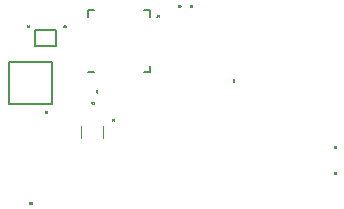
<source format=gbr>
G04 #@! TF.GenerationSoftware,KiCad,Pcbnew,5.0.0-rc2-be01b52~65~ubuntu16.04.1*
G04 #@! TF.CreationDate,2018-07-13T18:02:19-04:00*
G04 #@! TF.ProjectId,motor controller,6D6F746F7220636F6E74726F6C6C6572,rev?*
G04 #@! TF.SameCoordinates,Original*
G04 #@! TF.FileFunction,Legend,Bot*
G04 #@! TF.FilePolarity,Positive*
%FSLAX46Y46*%
G04 Gerber Fmt 4.6, Leading zero omitted, Abs format (unit mm)*
G04 Created by KiCad (PCBNEW 5.0.0-rc2-be01b52~65~ubuntu16.04.1) date Fri Jul 13 18:02:19 2018*
%MOMM*%
%LPD*%
G01*
G04 APERTURE LIST*
%ADD10C,0.120000*%
%ADD11C,0.150000*%
%ADD12C,0.020000*%
G04 APERTURE END LIST*
D10*
G04 #@! TO.C,C7*
X12830000Y-13660000D02*
X12830000Y-12660000D01*
X14650000Y-13660000D02*
X14650000Y-12660000D01*
D11*
G04 #@! TO.C,IC1*
X6700000Y-10800000D02*
X10300000Y-10800000D01*
X10300000Y-10800000D02*
X10300000Y-7200000D01*
X10300000Y-7200000D02*
X6700000Y-7200000D01*
X6700000Y-7200000D02*
X6700000Y-10800000D01*
G04 #@! TO.C,Y1*
X8990000Y-5900000D02*
X10690000Y-5900000D01*
X10690000Y-5900000D02*
X10690000Y-4500000D01*
X10690000Y-4500000D02*
X8890000Y-4500000D01*
X8890000Y-4500000D02*
X8890000Y-5900000D01*
X8890000Y-5900000D02*
X8990000Y-5900000D01*
G04 #@! TO.C,U1*
X18625000Y-8095000D02*
X18625000Y-7570000D01*
X13375000Y-2845000D02*
X13375000Y-3370000D01*
X18625000Y-2845000D02*
X18625000Y-3370000D01*
X13375000Y-8095000D02*
X13900000Y-8095000D01*
X13375000Y-2845000D02*
X13900000Y-2845000D01*
X18625000Y-2845000D02*
X18100000Y-2845000D01*
X18625000Y-8095000D02*
X18100000Y-8095000D01*
G04 #@! TO.C,C1*
D12*
X8325000Y-4253571D02*
X8332142Y-4260714D01*
X8353571Y-4267857D01*
X8367857Y-4267857D01*
X8389285Y-4260714D01*
X8403571Y-4246428D01*
X8410714Y-4232142D01*
X8417857Y-4203571D01*
X8417857Y-4182142D01*
X8410714Y-4153571D01*
X8403571Y-4139285D01*
X8389285Y-4125000D01*
X8367857Y-4117857D01*
X8353571Y-4117857D01*
X8332142Y-4125000D01*
X8325000Y-4132142D01*
X8182142Y-4267857D02*
X8267857Y-4267857D01*
X8225000Y-4267857D02*
X8225000Y-4117857D01*
X8239285Y-4139285D01*
X8253571Y-4153571D01*
X8267857Y-4160714D01*
G04 #@! TO.C,C2*
X11425000Y-4253571D02*
X11432142Y-4260714D01*
X11453571Y-4267857D01*
X11467857Y-4267857D01*
X11489285Y-4260714D01*
X11503571Y-4246428D01*
X11510714Y-4232142D01*
X11517857Y-4203571D01*
X11517857Y-4182142D01*
X11510714Y-4153571D01*
X11503571Y-4139285D01*
X11489285Y-4125000D01*
X11467857Y-4117857D01*
X11453571Y-4117857D01*
X11432142Y-4125000D01*
X11425000Y-4132142D01*
X11367857Y-4132142D02*
X11360714Y-4125000D01*
X11346428Y-4117857D01*
X11310714Y-4117857D01*
X11296428Y-4125000D01*
X11289285Y-4132142D01*
X11282142Y-4146428D01*
X11282142Y-4160714D01*
X11289285Y-4182142D01*
X11375000Y-4267857D01*
X11282142Y-4267857D01*
G04 #@! TO.C,C5*
X21125000Y-2553571D02*
X21132142Y-2560714D01*
X21153571Y-2567857D01*
X21167857Y-2567857D01*
X21189285Y-2560714D01*
X21203571Y-2546428D01*
X21210714Y-2532142D01*
X21217857Y-2503571D01*
X21217857Y-2482142D01*
X21210714Y-2453571D01*
X21203571Y-2439285D01*
X21189285Y-2425000D01*
X21167857Y-2417857D01*
X21153571Y-2417857D01*
X21132142Y-2425000D01*
X21125000Y-2432142D01*
X20989285Y-2417857D02*
X21060714Y-2417857D01*
X21067857Y-2489285D01*
X21060714Y-2482142D01*
X21046428Y-2475000D01*
X21010714Y-2475000D01*
X20996428Y-2482142D01*
X20989285Y-2489285D01*
X20982142Y-2503571D01*
X20982142Y-2539285D01*
X20989285Y-2553571D01*
X20996428Y-2560714D01*
X21010714Y-2567857D01*
X21046428Y-2567857D01*
X21060714Y-2560714D01*
X21067857Y-2553571D01*
G04 #@! TO.C,C7*
X13825000Y-10753571D02*
X13832142Y-10760714D01*
X13853571Y-10767857D01*
X13867857Y-10767857D01*
X13889285Y-10760714D01*
X13903571Y-10746428D01*
X13910714Y-10732142D01*
X13917857Y-10703571D01*
X13917857Y-10682142D01*
X13910714Y-10653571D01*
X13903571Y-10639285D01*
X13889285Y-10625000D01*
X13867857Y-10617857D01*
X13853571Y-10617857D01*
X13832142Y-10625000D01*
X13825000Y-10632142D01*
X13775000Y-10617857D02*
X13675000Y-10617857D01*
X13739285Y-10767857D01*
G04 #@! TO.C,IC1*
X8646428Y-19227857D02*
X8646428Y-19077857D01*
X8489285Y-19213571D02*
X8496428Y-19220714D01*
X8517857Y-19227857D01*
X8532142Y-19227857D01*
X8553571Y-19220714D01*
X8567857Y-19206428D01*
X8575000Y-19192142D01*
X8582142Y-19163571D01*
X8582142Y-19142142D01*
X8575000Y-19113571D01*
X8567857Y-19099285D01*
X8553571Y-19085000D01*
X8532142Y-19077857D01*
X8517857Y-19077857D01*
X8496428Y-19085000D01*
X8489285Y-19092142D01*
X8346428Y-19227857D02*
X8432142Y-19227857D01*
X8389285Y-19227857D02*
X8389285Y-19077857D01*
X8403571Y-19099285D01*
X8417857Y-19113571D01*
X8432142Y-19120714D01*
G04 #@! TO.C,R1*
X14167857Y-9675000D02*
X14096428Y-9625000D01*
X14167857Y-9589285D02*
X14017857Y-9589285D01*
X14017857Y-9646428D01*
X14025000Y-9660714D01*
X14032142Y-9667857D01*
X14046428Y-9675000D01*
X14067857Y-9675000D01*
X14082142Y-9667857D01*
X14089285Y-9660714D01*
X14096428Y-9646428D01*
X14096428Y-9589285D01*
X14167857Y-9817857D02*
X14167857Y-9732142D01*
X14167857Y-9775000D02*
X14017857Y-9775000D01*
X14039285Y-9760714D01*
X14053571Y-9746428D01*
X14060714Y-9732142D01*
G04 #@! TO.C,R4*
X22125000Y-2567857D02*
X22175000Y-2496428D01*
X22210714Y-2567857D02*
X22210714Y-2417857D01*
X22153571Y-2417857D01*
X22139285Y-2425000D01*
X22132142Y-2432142D01*
X22125000Y-2446428D01*
X22125000Y-2467857D01*
X22132142Y-2482142D01*
X22139285Y-2489285D01*
X22153571Y-2496428D01*
X22210714Y-2496428D01*
X21996428Y-2467857D02*
X21996428Y-2567857D01*
X22032142Y-2410714D02*
X22067857Y-2517857D01*
X21975000Y-2517857D01*
G04 #@! TO.C,R5*
X34315000Y-16667857D02*
X34365000Y-16596428D01*
X34400714Y-16667857D02*
X34400714Y-16517857D01*
X34343571Y-16517857D01*
X34329285Y-16525000D01*
X34322142Y-16532142D01*
X34315000Y-16546428D01*
X34315000Y-16567857D01*
X34322142Y-16582142D01*
X34329285Y-16589285D01*
X34343571Y-16596428D01*
X34400714Y-16596428D01*
X34179285Y-16517857D02*
X34250714Y-16517857D01*
X34257857Y-16589285D01*
X34250714Y-16582142D01*
X34236428Y-16575000D01*
X34200714Y-16575000D01*
X34186428Y-16582142D01*
X34179285Y-16589285D01*
X34172142Y-16603571D01*
X34172142Y-16639285D01*
X34179285Y-16653571D01*
X34186428Y-16660714D01*
X34200714Y-16667857D01*
X34236428Y-16667857D01*
X34250714Y-16660714D01*
X34257857Y-16653571D01*
G04 #@! TO.C,R6*
X34315000Y-14467857D02*
X34365000Y-14396428D01*
X34400714Y-14467857D02*
X34400714Y-14317857D01*
X34343571Y-14317857D01*
X34329285Y-14325000D01*
X34322142Y-14332142D01*
X34315000Y-14346428D01*
X34315000Y-14367857D01*
X34322142Y-14382142D01*
X34329285Y-14389285D01*
X34343571Y-14396428D01*
X34400714Y-14396428D01*
X34186428Y-14317857D02*
X34215000Y-14317857D01*
X34229285Y-14325000D01*
X34236428Y-14332142D01*
X34250714Y-14353571D01*
X34257857Y-14382142D01*
X34257857Y-14439285D01*
X34250714Y-14453571D01*
X34243571Y-14460714D01*
X34229285Y-14467857D01*
X34200714Y-14467857D01*
X34186428Y-14460714D01*
X34179285Y-14453571D01*
X34172142Y-14439285D01*
X34172142Y-14403571D01*
X34179285Y-14389285D01*
X34186428Y-14382142D01*
X34200714Y-14375000D01*
X34229285Y-14375000D01*
X34243571Y-14382142D01*
X34250714Y-14389285D01*
X34257857Y-14403571D01*
G04 #@! TO.C,C4*
X15525000Y-12153571D02*
X15532142Y-12160714D01*
X15553571Y-12167857D01*
X15567857Y-12167857D01*
X15589285Y-12160714D01*
X15603571Y-12146428D01*
X15610714Y-12132142D01*
X15617857Y-12103571D01*
X15617857Y-12082142D01*
X15610714Y-12053571D01*
X15603571Y-12039285D01*
X15589285Y-12025000D01*
X15567857Y-12017857D01*
X15553571Y-12017857D01*
X15532142Y-12025000D01*
X15525000Y-12032142D01*
X15396428Y-12067857D02*
X15396428Y-12167857D01*
X15432142Y-12010714D02*
X15467857Y-12117857D01*
X15375000Y-12117857D01*
G04 #@! TO.C,Y1*
X9891428Y-11456428D02*
X9891428Y-11527857D01*
X9941428Y-11377857D02*
X9891428Y-11456428D01*
X9841428Y-11377857D01*
X9712857Y-11527857D02*
X9798571Y-11527857D01*
X9755714Y-11527857D02*
X9755714Y-11377857D01*
X9770000Y-11399285D01*
X9784285Y-11413571D01*
X9798571Y-11420714D01*
G04 #@! TO.C,M1*
X25767857Y-8678571D02*
X25617857Y-8678571D01*
X25725000Y-8728571D01*
X25617857Y-8778571D01*
X25767857Y-8778571D01*
X25767857Y-8928571D02*
X25767857Y-8842857D01*
X25767857Y-8885714D02*
X25617857Y-8885714D01*
X25639285Y-8871428D01*
X25653571Y-8857142D01*
X25660714Y-8842857D01*
G04 #@! TO.C,U1*
X19414285Y-3217857D02*
X19414285Y-3339285D01*
X19407142Y-3353571D01*
X19400000Y-3360714D01*
X19385714Y-3367857D01*
X19357142Y-3367857D01*
X19342857Y-3360714D01*
X19335714Y-3353571D01*
X19328571Y-3339285D01*
X19328571Y-3217857D01*
X19178571Y-3367857D02*
X19264285Y-3367857D01*
X19221428Y-3367857D02*
X19221428Y-3217857D01*
X19235714Y-3239285D01*
X19250000Y-3253571D01*
X19264285Y-3260714D01*
G04 #@! TD*
M02*

</source>
